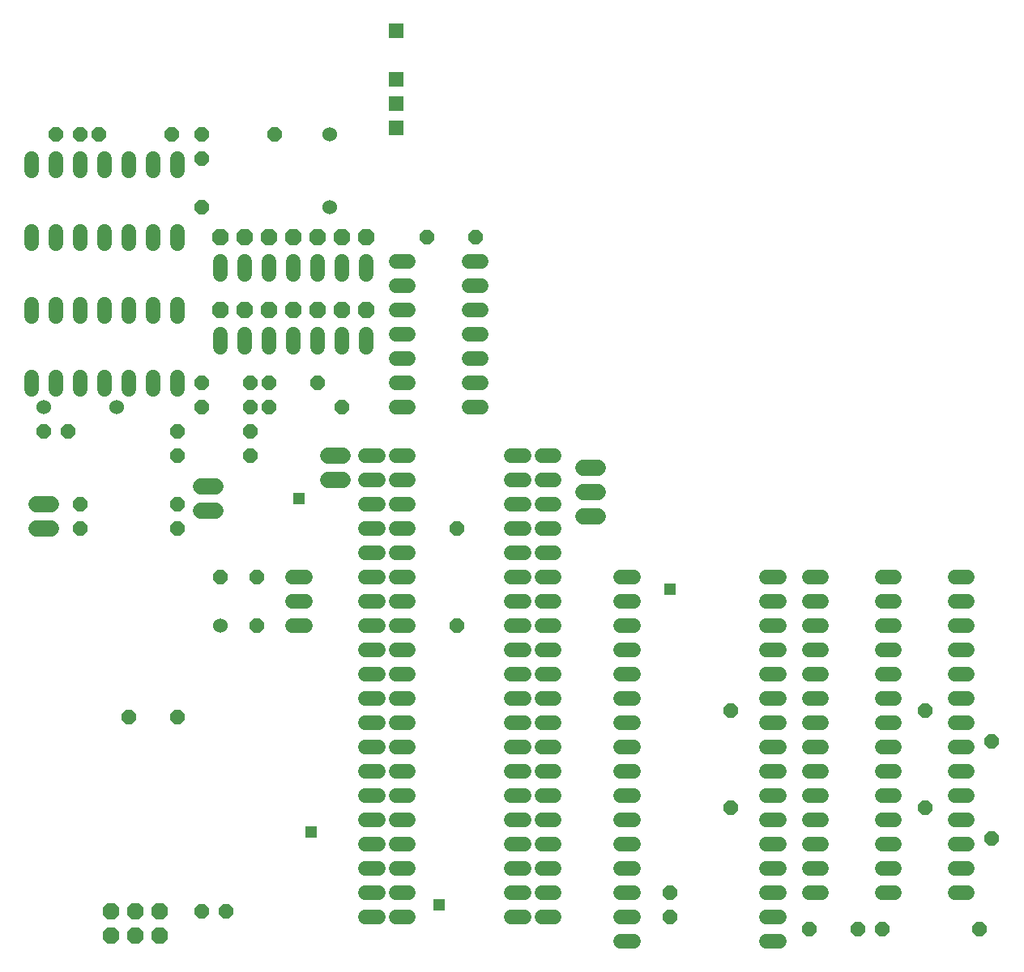
<source format=gbs>
G75*
%MOIN*%
%OFA0B0*%
%FSLAX24Y24*%
%IPPOS*%
%LPD*%
%AMOC8*
5,1,8,0,0,1.08239X$1,22.5*
%
%ADD10C,0.0600*%
%ADD11OC8,0.0600*%
%ADD12C,0.0680*%
%ADD13OC8,0.0680*%
%ADD14C,0.0600*%
%ADD15R,0.0634X0.0634*%
%ADD16R,0.0476X0.0476*%
D10*
X013114Y014910D02*
X013634Y014910D01*
X013634Y015910D02*
X013114Y015910D01*
X013114Y016910D02*
X013634Y016910D01*
X016114Y016910D02*
X016634Y016910D01*
X017364Y016910D02*
X017884Y016910D01*
X017884Y015910D02*
X017364Y015910D01*
X016634Y015910D02*
X016114Y015910D01*
X016114Y014910D02*
X016634Y014910D01*
X017364Y014910D02*
X017884Y014910D01*
X017884Y013910D02*
X017364Y013910D01*
X016634Y013910D02*
X016114Y013910D01*
X016114Y012910D02*
X016634Y012910D01*
X017364Y012910D02*
X017884Y012910D01*
X017884Y011910D02*
X017364Y011910D01*
X016634Y011910D02*
X016114Y011910D01*
X016114Y010910D02*
X016634Y010910D01*
X017364Y010910D02*
X017884Y010910D01*
X017884Y009910D02*
X017364Y009910D01*
X016634Y009910D02*
X016114Y009910D01*
X016114Y008910D02*
X016634Y008910D01*
X017364Y008910D02*
X017884Y008910D01*
X017884Y007910D02*
X017364Y007910D01*
X016634Y007910D02*
X016114Y007910D01*
X016114Y006910D02*
X016634Y006910D01*
X017364Y006910D02*
X017884Y006910D01*
X017884Y005910D02*
X017364Y005910D01*
X016634Y005910D02*
X016114Y005910D01*
X016114Y004910D02*
X016634Y004910D01*
X017364Y004910D02*
X017884Y004910D01*
X017884Y003910D02*
X017364Y003910D01*
X016634Y003910D02*
X016114Y003910D01*
X016114Y002910D02*
X016634Y002910D01*
X017364Y002910D02*
X017884Y002910D01*
X022114Y002910D02*
X022634Y002910D01*
X023364Y002910D02*
X023884Y002910D01*
X023884Y003910D02*
X023364Y003910D01*
X022634Y003910D02*
X022114Y003910D01*
X022114Y004910D02*
X022634Y004910D01*
X023364Y004910D02*
X023884Y004910D01*
X023884Y005910D02*
X023364Y005910D01*
X022634Y005910D02*
X022114Y005910D01*
X022114Y006910D02*
X022634Y006910D01*
X023364Y006910D02*
X023884Y006910D01*
X023884Y007910D02*
X023364Y007910D01*
X022634Y007910D02*
X022114Y007910D01*
X022114Y008910D02*
X022634Y008910D01*
X023364Y008910D02*
X023884Y008910D01*
X023884Y009910D02*
X023364Y009910D01*
X022634Y009910D02*
X022114Y009910D01*
X022114Y010910D02*
X022634Y010910D01*
X023364Y010910D02*
X023884Y010910D01*
X023884Y011910D02*
X023364Y011910D01*
X022634Y011910D02*
X022114Y011910D01*
X022114Y012910D02*
X022634Y012910D01*
X023364Y012910D02*
X023884Y012910D01*
X023884Y013910D02*
X023364Y013910D01*
X022634Y013910D02*
X022114Y013910D01*
X022114Y014910D02*
X022634Y014910D01*
X023364Y014910D02*
X023884Y014910D01*
X023884Y015910D02*
X023364Y015910D01*
X022634Y015910D02*
X022114Y015910D01*
X022114Y016910D02*
X022634Y016910D01*
X023364Y016910D02*
X023884Y016910D01*
X023884Y017910D02*
X023364Y017910D01*
X022634Y017910D02*
X022114Y017910D01*
X022114Y018910D02*
X022634Y018910D01*
X023364Y018910D02*
X023884Y018910D01*
X023884Y019910D02*
X023364Y019910D01*
X022634Y019910D02*
X022114Y019910D01*
X022114Y020910D02*
X022634Y020910D01*
X023364Y020910D02*
X023884Y020910D01*
X023884Y021910D02*
X023364Y021910D01*
X022634Y021910D02*
X022114Y021910D01*
X020884Y023910D02*
X020364Y023910D01*
X020364Y024910D02*
X020884Y024910D01*
X020884Y025910D02*
X020364Y025910D01*
X020364Y026910D02*
X020884Y026910D01*
X020884Y027910D02*
X020364Y027910D01*
X020364Y028910D02*
X020884Y028910D01*
X020884Y029910D02*
X020364Y029910D01*
X017884Y029910D02*
X017364Y029910D01*
X017364Y028910D02*
X017884Y028910D01*
X017884Y027910D02*
X017364Y027910D01*
X017364Y026910D02*
X017884Y026910D01*
X017884Y025910D02*
X017364Y025910D01*
X017364Y024910D02*
X017884Y024910D01*
X017884Y023910D02*
X017364Y023910D01*
X017364Y021910D02*
X017884Y021910D01*
X017884Y020910D02*
X017364Y020910D01*
X016634Y020910D02*
X016114Y020910D01*
X016114Y019910D02*
X016634Y019910D01*
X017364Y019910D02*
X017884Y019910D01*
X017884Y018910D02*
X017364Y018910D01*
X016634Y018910D02*
X016114Y018910D01*
X016114Y017910D02*
X016634Y017910D01*
X017364Y017910D02*
X017884Y017910D01*
X016634Y021910D02*
X016114Y021910D01*
X016124Y026400D02*
X016124Y026920D01*
X015124Y026920D02*
X015124Y026400D01*
X014124Y026400D02*
X014124Y026920D01*
X013124Y026920D02*
X013124Y026400D01*
X012124Y026400D02*
X012124Y026920D01*
X011124Y026920D02*
X011124Y026400D01*
X010124Y026400D02*
X010124Y026920D01*
X008374Y027650D02*
X008374Y028170D01*
X007374Y028170D02*
X007374Y027650D01*
X006374Y027650D02*
X006374Y028170D01*
X005374Y028170D02*
X005374Y027650D01*
X004374Y027650D02*
X004374Y028170D01*
X003374Y028170D02*
X003374Y027650D01*
X002374Y027650D02*
X002374Y028170D01*
X002374Y030650D02*
X002374Y031170D01*
X003374Y031170D02*
X003374Y030650D01*
X004374Y030650D02*
X004374Y031170D01*
X005374Y031170D02*
X005374Y030650D01*
X006374Y030650D02*
X006374Y031170D01*
X007374Y031170D02*
X007374Y030650D01*
X008374Y030650D02*
X008374Y031170D01*
X010124Y029920D02*
X010124Y029400D01*
X011124Y029400D02*
X011124Y029920D01*
X012124Y029920D02*
X012124Y029400D01*
X013124Y029400D02*
X013124Y029920D01*
X014124Y029920D02*
X014124Y029400D01*
X015124Y029400D02*
X015124Y029920D01*
X016124Y029920D02*
X016124Y029400D01*
X008374Y025170D02*
X008374Y024650D01*
X007374Y024650D02*
X007374Y025170D01*
X006374Y025170D02*
X006374Y024650D01*
X005374Y024650D02*
X005374Y025170D01*
X004374Y025170D02*
X004374Y024650D01*
X003374Y024650D02*
X003374Y025170D01*
X002374Y025170D02*
X002374Y024650D01*
X002374Y033650D02*
X002374Y034170D01*
X003374Y034170D02*
X003374Y033650D01*
X004374Y033650D02*
X004374Y034170D01*
X005374Y034170D02*
X005374Y033650D01*
X006374Y033650D02*
X006374Y034170D01*
X007374Y034170D02*
X007374Y033650D01*
X008374Y033650D02*
X008374Y034170D01*
X026614Y016910D02*
X027134Y016910D01*
X027134Y015910D02*
X026614Y015910D01*
X026614Y014910D02*
X027134Y014910D01*
X027134Y013910D02*
X026614Y013910D01*
X026614Y012910D02*
X027134Y012910D01*
X027134Y011910D02*
X026614Y011910D01*
X026614Y010910D02*
X027134Y010910D01*
X027134Y009910D02*
X026614Y009910D01*
X026614Y008910D02*
X027134Y008910D01*
X027134Y007910D02*
X026614Y007910D01*
X026614Y006910D02*
X027134Y006910D01*
X027134Y005910D02*
X026614Y005910D01*
X026614Y004910D02*
X027134Y004910D01*
X027134Y003910D02*
X026614Y003910D01*
X026614Y002910D02*
X027134Y002910D01*
X027134Y001910D02*
X026614Y001910D01*
X032614Y001910D02*
X033134Y001910D01*
X033134Y002910D02*
X032614Y002910D01*
X032614Y003910D02*
X033134Y003910D01*
X033134Y004910D02*
X032614Y004910D01*
X032614Y005910D02*
X033134Y005910D01*
X033134Y006910D02*
X032614Y006910D01*
X032614Y007910D02*
X033134Y007910D01*
X033134Y008910D02*
X032614Y008910D01*
X032614Y009910D02*
X033134Y009910D01*
X033134Y010910D02*
X032614Y010910D01*
X032614Y011910D02*
X033134Y011910D01*
X033134Y012910D02*
X032614Y012910D01*
X032614Y013910D02*
X033134Y013910D01*
X033134Y014910D02*
X032614Y014910D01*
X032614Y015910D02*
X033134Y015910D01*
X033134Y016910D02*
X032614Y016910D01*
X034364Y016910D02*
X034884Y016910D01*
X034364Y016910D01*
X034364Y015910D02*
X034884Y015910D01*
X034364Y015910D01*
X034364Y014910D02*
X034884Y014910D01*
X034364Y014910D01*
X034364Y013910D02*
X034884Y013910D01*
X034364Y013910D01*
X034364Y012910D02*
X034884Y012910D01*
X034364Y012910D01*
X034364Y011910D02*
X034884Y011910D01*
X034364Y011910D01*
X034364Y010910D02*
X034884Y010910D01*
X034364Y010910D01*
X034364Y009910D02*
X034884Y009910D01*
X034364Y009910D01*
X034364Y008910D02*
X034884Y008910D01*
X034364Y008910D01*
X034364Y007910D02*
X034884Y007910D01*
X034364Y007910D01*
X034364Y006910D02*
X034884Y006910D01*
X034364Y006910D01*
X034364Y005910D02*
X034884Y005910D01*
X034364Y005910D01*
X034364Y004910D02*
X034884Y004910D01*
X034364Y004910D01*
X034364Y003910D02*
X034884Y003910D01*
X034364Y003910D01*
X037364Y003910D02*
X037884Y003910D01*
X037884Y004910D02*
X037364Y004910D01*
X037364Y005910D02*
X037884Y005910D01*
X037884Y006910D02*
X037364Y006910D01*
X037364Y007910D02*
X037884Y007910D01*
X037884Y008910D02*
X037364Y008910D01*
X037364Y009910D02*
X037884Y009910D01*
X037884Y010910D02*
X037364Y010910D01*
X037364Y011910D02*
X037884Y011910D01*
X037884Y012910D02*
X037364Y012910D01*
X037364Y013910D02*
X037884Y013910D01*
X037884Y014910D02*
X037364Y014910D01*
X037364Y015910D02*
X037884Y015910D01*
X037884Y016910D02*
X037364Y016910D01*
X040364Y016910D02*
X040884Y016910D01*
X040884Y015910D02*
X040364Y015910D01*
X040364Y014910D02*
X040884Y014910D01*
X040884Y013910D02*
X040364Y013910D01*
X040364Y012910D02*
X040884Y012910D01*
X040884Y011910D02*
X040364Y011910D01*
X040364Y010910D02*
X040884Y010910D01*
X040884Y009910D02*
X040364Y009910D01*
X040364Y008910D02*
X040884Y008910D01*
X040884Y007910D02*
X040364Y007910D01*
X040364Y006910D02*
X040884Y006910D01*
X040884Y005910D02*
X040364Y005910D01*
X040364Y004910D02*
X040884Y004910D01*
X040884Y003910D02*
X040364Y003910D01*
D11*
X041374Y002410D03*
X041874Y006160D03*
X039124Y007410D03*
X041874Y010160D03*
X039124Y011410D03*
X031124Y011410D03*
X031124Y007410D03*
X028624Y003910D03*
X028624Y002910D03*
X034374Y002410D03*
X036374Y002410D03*
X037374Y002410D03*
X019874Y014910D03*
X019874Y018910D03*
X015124Y023910D03*
X014124Y024910D03*
X012124Y024910D03*
X011374Y024910D03*
X011374Y023910D03*
X012124Y023910D03*
X011374Y022910D03*
X011374Y021910D03*
X009374Y023910D03*
X009374Y024910D03*
X008374Y022910D03*
X008374Y021910D03*
X008374Y019910D03*
X008374Y018910D03*
X010124Y016910D03*
X011624Y016910D03*
X011624Y014910D03*
X008374Y011160D03*
X006374Y011160D03*
X009374Y003160D03*
X010374Y003160D03*
X004374Y018910D03*
X004374Y019910D03*
X003874Y022910D03*
X002874Y022910D03*
X009374Y032160D03*
X009374Y034160D03*
X009374Y035160D03*
X008124Y035160D03*
X005124Y035160D03*
X004374Y035160D03*
X003374Y035160D03*
X012374Y035160D03*
X018624Y030910D03*
X020624Y030910D03*
D12*
X015174Y021910D02*
X014574Y021910D01*
X014574Y020910D02*
X015174Y020910D01*
X009924Y020660D02*
X009324Y020660D01*
X009324Y019660D02*
X009924Y019660D01*
X003174Y019910D02*
X002574Y019910D01*
X002574Y018910D02*
X003174Y018910D01*
X025074Y019410D02*
X025674Y019410D01*
X025674Y020410D02*
X025074Y020410D01*
X025074Y021410D02*
X025674Y021410D01*
D13*
X005624Y002160D03*
X006624Y002160D03*
X007624Y002160D03*
X007624Y003160D03*
X006624Y003160D03*
X005624Y003160D03*
X010124Y027910D03*
X011124Y027910D03*
X012124Y027910D03*
X013124Y027910D03*
X014124Y027910D03*
X015124Y027910D03*
X016124Y027910D03*
X016124Y030910D03*
X015124Y030910D03*
X014124Y030910D03*
X013124Y030910D03*
X012124Y030910D03*
X011124Y030910D03*
X010124Y030910D03*
D14*
X014624Y032160D03*
X014624Y035160D03*
X005874Y023910D03*
X002874Y023910D03*
X010124Y014910D03*
D15*
X017374Y035410D03*
X017374Y036410D03*
X017374Y037410D03*
X017374Y039410D03*
D16*
X013374Y020160D03*
X013874Y006410D03*
X019124Y003410D03*
X028624Y016410D03*
M02*

</source>
